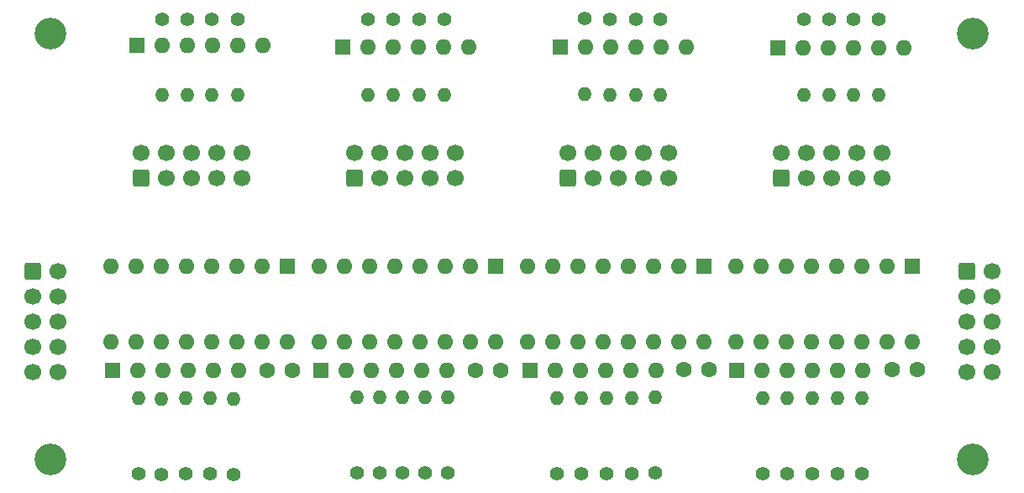
<source format=gts>
G04 #@! TF.GenerationSoftware,KiCad,Pcbnew,(7.0.0)*
G04 #@! TF.CreationDate,2023-06-04T12:20:01+02:00*
G04 #@! TF.ProjectId,DIN4_R5_KS,44494e34-5f52-4355-9f4b-532e6b696361,rev?*
G04 #@! TF.SameCoordinates,Original*
G04 #@! TF.FileFunction,Soldermask,Top*
G04 #@! TF.FilePolarity,Negative*
%FSLAX46Y46*%
G04 Gerber Fmt 4.6, Leading zero omitted, Abs format (unit mm)*
G04 Created by KiCad (PCBNEW (7.0.0)) date 2023-06-04 12:20:01*
%MOMM*%
%LPD*%
G01*
G04 APERTURE LIST*
G04 Aperture macros list*
%AMRoundRect*
0 Rectangle with rounded corners*
0 $1 Rounding radius*
0 $2 $3 $4 $5 $6 $7 $8 $9 X,Y pos of 4 corners*
0 Add a 4 corners polygon primitive as box body*
4,1,4,$2,$3,$4,$5,$6,$7,$8,$9,$2,$3,0*
0 Add four circle primitives for the rounded corners*
1,1,$1+$1,$2,$3*
1,1,$1+$1,$4,$5*
1,1,$1+$1,$6,$7*
1,1,$1+$1,$8,$9*
0 Add four rect primitives between the rounded corners*
20,1,$1+$1,$2,$3,$4,$5,0*
20,1,$1+$1,$4,$5,$6,$7,0*
20,1,$1+$1,$6,$7,$8,$9,0*
20,1,$1+$1,$8,$9,$2,$3,0*%
G04 Aperture macros list end*
%ADD10RoundRect,0.250000X-0.600000X-0.600000X0.600000X-0.600000X0.600000X0.600000X-0.600000X0.600000X0*%
%ADD11C,1.700000*%
%ADD12C,3.200000*%
%ADD13C,1.400000*%
%ADD14O,1.400000X1.400000*%
%ADD15RoundRect,0.250000X0.600000X-0.600000X0.600000X0.600000X-0.600000X0.600000X-0.600000X-0.600000X0*%
%ADD16C,1.600000*%
%ADD17R,1.600000X1.600000*%
%ADD18O,1.600000X1.600000*%
G04 APERTURE END LIST*
D10*
X135860000Y-117500000D03*
D11*
X138400000Y-117500000D03*
X135860000Y-120040000D03*
X138400000Y-120040000D03*
X135860000Y-122580000D03*
X138400000Y-122580000D03*
X135860000Y-125120000D03*
X138400000Y-125120000D03*
X135860000Y-127660000D03*
X138400000Y-127660000D03*
D10*
X41760000Y-117500000D03*
D11*
X44300000Y-117500000D03*
X41760000Y-120040000D03*
X44300000Y-120040000D03*
X41760000Y-122580000D03*
X44300000Y-122580000D03*
X41760000Y-125120000D03*
X44300000Y-125120000D03*
X41760000Y-127660000D03*
X44300000Y-127660000D03*
D12*
X43500000Y-93500000D03*
D13*
X99590000Y-137920000D03*
D14*
X99589999Y-130299999D03*
D13*
X54700000Y-137960000D03*
D14*
X54699999Y-130339999D03*
D12*
X136500000Y-136500000D03*
D15*
X95700000Y-108080000D03*
D11*
X95700000Y-105540000D03*
X98240000Y-108080000D03*
X98240000Y-105540000D03*
X100780000Y-108080000D03*
X100780000Y-105540000D03*
X103320000Y-108080000D03*
X103320000Y-105540000D03*
X105860000Y-108080000D03*
X105860000Y-105540000D03*
D13*
X59600000Y-137940000D03*
D14*
X59599999Y-130319999D03*
D16*
X86400000Y-127520000D03*
X88900000Y-127520000D03*
D13*
X102100000Y-137920000D03*
D14*
X102099999Y-130299999D03*
D13*
X97080000Y-137920000D03*
D14*
X97079999Y-130299999D03*
D13*
X62400000Y-92080000D03*
D14*
X62399999Y-99699999D03*
D13*
X74400000Y-137830000D03*
D14*
X74399999Y-130209999D03*
D16*
X65400000Y-127520000D03*
X67900000Y-127520000D03*
D13*
X120320000Y-137920000D03*
D14*
X120319999Y-130299999D03*
D13*
X119470000Y-92080000D03*
D14*
X119469999Y-99699999D03*
D17*
X130379999Y-117013199D03*
D18*
X127839999Y-117013199D03*
X125299999Y-117013199D03*
X122759999Y-117013199D03*
X120219999Y-117013199D03*
X117679999Y-117013199D03*
X115139999Y-117013199D03*
X112599999Y-117013199D03*
X112599999Y-124633199D03*
X115139999Y-124633199D03*
X117679999Y-124633199D03*
X120219999Y-124633199D03*
X122759999Y-124633199D03*
X125299999Y-124633199D03*
X127839999Y-124633199D03*
X130379999Y-124633199D03*
D17*
X94889999Y-94879999D03*
D18*
X97429999Y-94879999D03*
X99969999Y-94879999D03*
X102509999Y-94879999D03*
X105049999Y-94879999D03*
X107589999Y-94879999D03*
D13*
X83600000Y-137820000D03*
D14*
X83599999Y-130199999D03*
D13*
X79000000Y-137820000D03*
D14*
X78999999Y-130199999D03*
D13*
X105010000Y-92080000D03*
D14*
X105009999Y-99699999D03*
D13*
X94570000Y-137920000D03*
D14*
X94569999Y-130299999D03*
D13*
X75500000Y-92090000D03*
D14*
X75499999Y-99709999D03*
D13*
X57300000Y-92070000D03*
D14*
X57299999Y-99689999D03*
D12*
X136500000Y-93500000D03*
D15*
X52640000Y-108080000D03*
D11*
X52640000Y-105540000D03*
X55180000Y-108080000D03*
X55180000Y-105540000D03*
X57720000Y-108080000D03*
X57720000Y-105540000D03*
X60260000Y-108080000D03*
X60260000Y-105540000D03*
X62800000Y-108080000D03*
X62800000Y-105540000D03*
D13*
X81300000Y-137830000D03*
D14*
X81299999Y-130209999D03*
D13*
X83200000Y-92100000D03*
D14*
X83199999Y-99719999D03*
D17*
X72999999Y-94899999D03*
D18*
X75539999Y-94899999D03*
X78079999Y-94899999D03*
X80619999Y-94899999D03*
X83159999Y-94899999D03*
X85699999Y-94899999D03*
D13*
X80700000Y-92090000D03*
D14*
X80699999Y-99709999D03*
D17*
X88399999Y-116999999D03*
D18*
X85859999Y-116999999D03*
X83319999Y-116999999D03*
X80779999Y-116999999D03*
X78239999Y-116999999D03*
X75699999Y-116999999D03*
X73159999Y-116999999D03*
X70619999Y-116999999D03*
X70619999Y-124619999D03*
X73159999Y-124619999D03*
X75699999Y-124619999D03*
X78239999Y-124619999D03*
X80779999Y-124619999D03*
X83319999Y-124619999D03*
X85859999Y-124619999D03*
X88399999Y-124619999D03*
D17*
X67399999Y-116999999D03*
D18*
X64859999Y-116999999D03*
X62319999Y-116999999D03*
X59779999Y-116999999D03*
X57239999Y-116999999D03*
X54699999Y-116999999D03*
X52159999Y-116999999D03*
X49619999Y-116999999D03*
X49619999Y-124619999D03*
X52159999Y-124619999D03*
X54699999Y-124619999D03*
X57239999Y-124619999D03*
X59779999Y-124619999D03*
X62319999Y-124619999D03*
X64859999Y-124619999D03*
X67399999Y-124619999D03*
D16*
X128400000Y-127420000D03*
X130900000Y-127420000D03*
D17*
X70799999Y-127519999D03*
D18*
X73339999Y-127519999D03*
X75879999Y-127519999D03*
X78419999Y-127519999D03*
X80959999Y-127519999D03*
X83499999Y-127519999D03*
D17*
X52239999Y-94699999D03*
D18*
X54779999Y-94699999D03*
X57319999Y-94699999D03*
X59859999Y-94699999D03*
X62399999Y-94699999D03*
X64939999Y-94699999D03*
D13*
X97410000Y-91980000D03*
D14*
X97409999Y-99599999D03*
D18*
X129549999Y-94979999D03*
X127009999Y-94979999D03*
X124469999Y-94979999D03*
X121929999Y-94979999D03*
X119389999Y-94979999D03*
D17*
X116849999Y-94979999D03*
D12*
X43500000Y-136500000D03*
D15*
X74140000Y-108080000D03*
D11*
X74140000Y-105540000D03*
X76680000Y-108080000D03*
X76680000Y-105540000D03*
X79220000Y-108080000D03*
X79220000Y-105540000D03*
X81760000Y-108080000D03*
X81760000Y-105540000D03*
X84300000Y-108080000D03*
X84300000Y-105540000D03*
D13*
X52400000Y-137940000D03*
D14*
X52399999Y-130319999D03*
D13*
X59800000Y-92080000D03*
D14*
X59799999Y-99699999D03*
D13*
X121980000Y-92080000D03*
D14*
X121979999Y-99699999D03*
D13*
X122830000Y-137920000D03*
D14*
X122829999Y-130299999D03*
D17*
X91839999Y-127519999D03*
D18*
X94379999Y-127519999D03*
X96919999Y-127519999D03*
X99459999Y-127519999D03*
X101999999Y-127519999D03*
X104539999Y-127519999D03*
D15*
X117170000Y-108080000D03*
D11*
X117170000Y-105540000D03*
X119710000Y-108080000D03*
X119710000Y-105540000D03*
X122250000Y-108080000D03*
X122250000Y-105540000D03*
X124790000Y-108080000D03*
X124790000Y-105540000D03*
X127330000Y-108080000D03*
X127330000Y-105540000D03*
D13*
X124490000Y-92080000D03*
D14*
X124489999Y-99699999D03*
D13*
X127000000Y-92080000D03*
D14*
X126999999Y-99699999D03*
D13*
X125300000Y-137920000D03*
D14*
X125299999Y-130299999D03*
D13*
X78100000Y-92090000D03*
D14*
X78099999Y-99709999D03*
D13*
X104500000Y-137840000D03*
D14*
X104499999Y-130219999D03*
D17*
X49759999Y-127519999D03*
D18*
X52299999Y-127519999D03*
X54839999Y-127519999D03*
X57379999Y-127519999D03*
X59919999Y-127519999D03*
X62459999Y-127519999D03*
D17*
X112699999Y-127519999D03*
D18*
X115239999Y-127519999D03*
X117779999Y-127519999D03*
X120319999Y-127519999D03*
X122859999Y-127519999D03*
X125399999Y-127519999D03*
D13*
X62000000Y-137950000D03*
D14*
X61999999Y-130329999D03*
D13*
X99910000Y-92070000D03*
D14*
X99909999Y-99689999D03*
D13*
X115300000Y-137920000D03*
D14*
X115299999Y-130299999D03*
D13*
X57200000Y-137940000D03*
D14*
X57199999Y-130319999D03*
D16*
X107400000Y-127420000D03*
X109900000Y-127420000D03*
D13*
X76700000Y-137820000D03*
D14*
X76699999Y-130199999D03*
D17*
X109379999Y-116999999D03*
D18*
X106839999Y-116999999D03*
X104299999Y-116999999D03*
X101759999Y-116999999D03*
X99219999Y-116999999D03*
X96679999Y-116999999D03*
X94139999Y-116999999D03*
X91599999Y-116999999D03*
X91599999Y-124619999D03*
X94139999Y-124619999D03*
X96679999Y-124619999D03*
X99219999Y-124619999D03*
X101759999Y-124619999D03*
X104299999Y-124619999D03*
X106839999Y-124619999D03*
X109379999Y-124619999D03*
D13*
X54800000Y-92070000D03*
D14*
X54799999Y-99689999D03*
D13*
X102510000Y-92080000D03*
D14*
X102509999Y-99699999D03*
D13*
X117810000Y-137920000D03*
D14*
X117809999Y-130299999D03*
M02*

</source>
